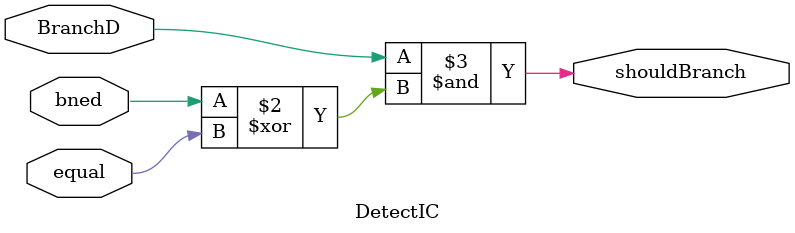
<source format=v>

module equalDet(
    input [31:0] dataA,
    input [31:0] dataB,
    output reg equal
);
    always @(dataA, dataB) begin
        if (dataA == dataB) begin
            equal = 1;
        end
        else begin
            equal = 0;
        end
    end
endmodule

// branch hazard detector IC
module DetectIC(
    input bned,
    input BranchD,
    input equal,
    output reg shouldBranch
);

always @(bned, BranchD, equal) begin
    // need branch & (bne/beq condition satisfied)
    shouldBranch = BranchD & (bned ^ equal); 
end
    
endmodule



</source>
